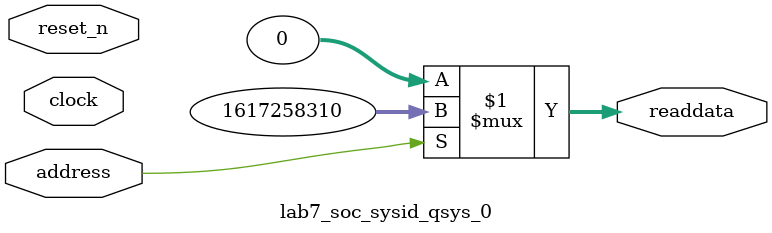
<source format=v>



// synthesis translate_off
`timescale 1ns / 1ps
// synthesis translate_on

// turn off superfluous verilog processor warnings 
// altera message_level Level1 
// altera message_off 10034 10035 10036 10037 10230 10240 10030 

module lab7_soc_sysid_qsys_0 (
               // inputs:
                address,
                clock,
                reset_n,

               // outputs:
                readdata
             )
;

  output  [ 31: 0] readdata;
  input            address;
  input            clock;
  input            reset_n;

  wire    [ 31: 0] readdata;
  //control_slave, which is an e_avalon_slave
  assign readdata = address ? 1617258310 : 0;

endmodule



</source>
